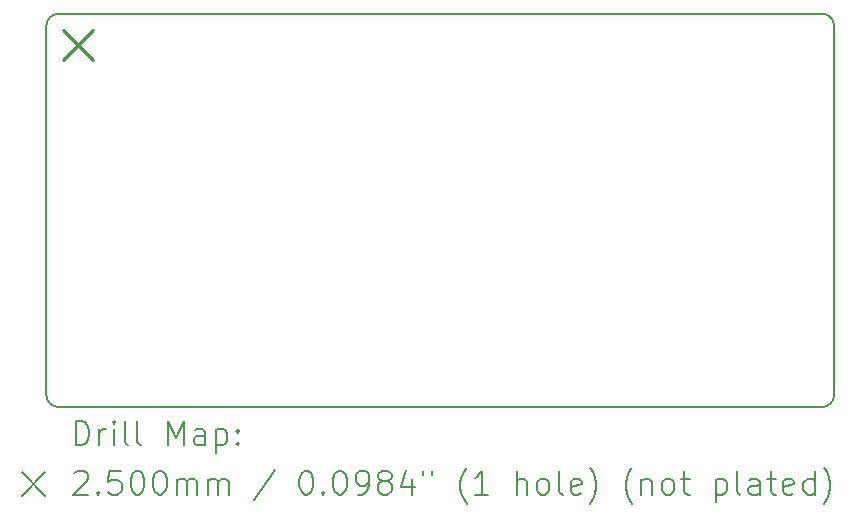
<source format=gbr>
%FSLAX45Y45*%
G04 Gerber Fmt 4.5, Leading zero omitted, Abs format (unit mm)*
G04 Created by KiCad (PCBNEW (6.0.2-0)) date 2024-10-15 18:59:05*
%MOMM*%
%LPD*%
G01*
G04 APERTURE LIST*
%TA.AperFunction,Profile*%
%ADD10C,0.200000*%
%TD*%
%ADD11C,0.200000*%
%ADD12C,0.250000*%
G04 APERTURE END LIST*
D10*
X16000000Y-6100000D02*
G75*
G03*
X15895000Y-6000000I-103203J-3238D01*
G01*
X15900000Y-9330000D02*
G75*
G03*
X16000000Y-9235000I-3250J103552D01*
G01*
X9330000Y-6105000D02*
X9330000Y-9230000D01*
X15895000Y-6000000D02*
X9430000Y-6000000D01*
X9435000Y-9330000D02*
X15900000Y-9330000D01*
X16000000Y-9235000D02*
X16000000Y-6100000D01*
X9330000Y-9230000D02*
G75*
G03*
X9435000Y-9330000I103203J3238D01*
G01*
X9430000Y-6000000D02*
G75*
G03*
X9330000Y-6105000I3238J-103203D01*
G01*
D11*
D12*
X9475000Y-6140000D02*
X9725000Y-6390000D01*
X9725000Y-6140000D02*
X9475000Y-6390000D01*
D11*
X9577603Y-9650492D02*
X9577603Y-9450492D01*
X9625222Y-9450492D01*
X9653794Y-9460016D01*
X9672842Y-9479063D01*
X9682365Y-9498111D01*
X9691889Y-9536206D01*
X9691889Y-9564778D01*
X9682365Y-9602873D01*
X9672842Y-9621920D01*
X9653794Y-9640968D01*
X9625222Y-9650492D01*
X9577603Y-9650492D01*
X9777603Y-9650492D02*
X9777603Y-9517158D01*
X9777603Y-9555254D02*
X9787127Y-9536206D01*
X9796651Y-9526682D01*
X9815699Y-9517158D01*
X9834746Y-9517158D01*
X9901413Y-9650492D02*
X9901413Y-9517158D01*
X9901413Y-9450492D02*
X9891889Y-9460016D01*
X9901413Y-9469539D01*
X9910937Y-9460016D01*
X9901413Y-9450492D01*
X9901413Y-9469539D01*
X10025222Y-9650492D02*
X10006175Y-9640968D01*
X9996651Y-9621920D01*
X9996651Y-9450492D01*
X10129984Y-9650492D02*
X10110937Y-9640968D01*
X10101413Y-9621920D01*
X10101413Y-9450492D01*
X10358556Y-9650492D02*
X10358556Y-9450492D01*
X10425222Y-9593349D01*
X10491889Y-9450492D01*
X10491889Y-9650492D01*
X10672842Y-9650492D02*
X10672842Y-9545730D01*
X10663318Y-9526682D01*
X10644270Y-9517158D01*
X10606175Y-9517158D01*
X10587127Y-9526682D01*
X10672842Y-9640968D02*
X10653794Y-9650492D01*
X10606175Y-9650492D01*
X10587127Y-9640968D01*
X10577603Y-9621920D01*
X10577603Y-9602873D01*
X10587127Y-9583825D01*
X10606175Y-9574301D01*
X10653794Y-9574301D01*
X10672842Y-9564778D01*
X10768080Y-9517158D02*
X10768080Y-9717158D01*
X10768080Y-9526682D02*
X10787127Y-9517158D01*
X10825222Y-9517158D01*
X10844270Y-9526682D01*
X10853794Y-9536206D01*
X10863318Y-9555254D01*
X10863318Y-9612397D01*
X10853794Y-9631444D01*
X10844270Y-9640968D01*
X10825222Y-9650492D01*
X10787127Y-9650492D01*
X10768080Y-9640968D01*
X10949032Y-9631444D02*
X10958556Y-9640968D01*
X10949032Y-9650492D01*
X10939508Y-9640968D01*
X10949032Y-9631444D01*
X10949032Y-9650492D01*
X10949032Y-9526682D02*
X10958556Y-9536206D01*
X10949032Y-9545730D01*
X10939508Y-9536206D01*
X10949032Y-9526682D01*
X10949032Y-9545730D01*
X9119984Y-9880016D02*
X9319984Y-10080016D01*
X9319984Y-9880016D02*
X9119984Y-10080016D01*
X9568080Y-9889539D02*
X9577603Y-9880016D01*
X9596651Y-9870492D01*
X9644270Y-9870492D01*
X9663318Y-9880016D01*
X9672842Y-9889539D01*
X9682365Y-9908587D01*
X9682365Y-9927635D01*
X9672842Y-9956206D01*
X9558556Y-10070492D01*
X9682365Y-10070492D01*
X9768080Y-10051444D02*
X9777603Y-10060968D01*
X9768080Y-10070492D01*
X9758556Y-10060968D01*
X9768080Y-10051444D01*
X9768080Y-10070492D01*
X9958556Y-9870492D02*
X9863318Y-9870492D01*
X9853794Y-9965730D01*
X9863318Y-9956206D01*
X9882365Y-9946682D01*
X9929984Y-9946682D01*
X9949032Y-9956206D01*
X9958556Y-9965730D01*
X9968080Y-9984778D01*
X9968080Y-10032397D01*
X9958556Y-10051444D01*
X9949032Y-10060968D01*
X9929984Y-10070492D01*
X9882365Y-10070492D01*
X9863318Y-10060968D01*
X9853794Y-10051444D01*
X10091889Y-9870492D02*
X10110937Y-9870492D01*
X10129984Y-9880016D01*
X10139508Y-9889539D01*
X10149032Y-9908587D01*
X10158556Y-9946682D01*
X10158556Y-9994301D01*
X10149032Y-10032397D01*
X10139508Y-10051444D01*
X10129984Y-10060968D01*
X10110937Y-10070492D01*
X10091889Y-10070492D01*
X10072842Y-10060968D01*
X10063318Y-10051444D01*
X10053794Y-10032397D01*
X10044270Y-9994301D01*
X10044270Y-9946682D01*
X10053794Y-9908587D01*
X10063318Y-9889539D01*
X10072842Y-9880016D01*
X10091889Y-9870492D01*
X10282365Y-9870492D02*
X10301413Y-9870492D01*
X10320461Y-9880016D01*
X10329984Y-9889539D01*
X10339508Y-9908587D01*
X10349032Y-9946682D01*
X10349032Y-9994301D01*
X10339508Y-10032397D01*
X10329984Y-10051444D01*
X10320461Y-10060968D01*
X10301413Y-10070492D01*
X10282365Y-10070492D01*
X10263318Y-10060968D01*
X10253794Y-10051444D01*
X10244270Y-10032397D01*
X10234746Y-9994301D01*
X10234746Y-9946682D01*
X10244270Y-9908587D01*
X10253794Y-9889539D01*
X10263318Y-9880016D01*
X10282365Y-9870492D01*
X10434746Y-10070492D02*
X10434746Y-9937158D01*
X10434746Y-9956206D02*
X10444270Y-9946682D01*
X10463318Y-9937158D01*
X10491889Y-9937158D01*
X10510937Y-9946682D01*
X10520461Y-9965730D01*
X10520461Y-10070492D01*
X10520461Y-9965730D02*
X10529984Y-9946682D01*
X10549032Y-9937158D01*
X10577603Y-9937158D01*
X10596651Y-9946682D01*
X10606175Y-9965730D01*
X10606175Y-10070492D01*
X10701413Y-10070492D02*
X10701413Y-9937158D01*
X10701413Y-9956206D02*
X10710937Y-9946682D01*
X10729984Y-9937158D01*
X10758556Y-9937158D01*
X10777603Y-9946682D01*
X10787127Y-9965730D01*
X10787127Y-10070492D01*
X10787127Y-9965730D02*
X10796651Y-9946682D01*
X10815699Y-9937158D01*
X10844270Y-9937158D01*
X10863318Y-9946682D01*
X10872842Y-9965730D01*
X10872842Y-10070492D01*
X11263318Y-9860968D02*
X11091889Y-10118111D01*
X11520460Y-9870492D02*
X11539508Y-9870492D01*
X11558556Y-9880016D01*
X11568080Y-9889539D01*
X11577603Y-9908587D01*
X11587127Y-9946682D01*
X11587127Y-9994301D01*
X11577603Y-10032397D01*
X11568080Y-10051444D01*
X11558556Y-10060968D01*
X11539508Y-10070492D01*
X11520460Y-10070492D01*
X11501413Y-10060968D01*
X11491889Y-10051444D01*
X11482365Y-10032397D01*
X11472841Y-9994301D01*
X11472841Y-9946682D01*
X11482365Y-9908587D01*
X11491889Y-9889539D01*
X11501413Y-9880016D01*
X11520460Y-9870492D01*
X11672841Y-10051444D02*
X11682365Y-10060968D01*
X11672841Y-10070492D01*
X11663318Y-10060968D01*
X11672841Y-10051444D01*
X11672841Y-10070492D01*
X11806175Y-9870492D02*
X11825222Y-9870492D01*
X11844270Y-9880016D01*
X11853794Y-9889539D01*
X11863318Y-9908587D01*
X11872841Y-9946682D01*
X11872841Y-9994301D01*
X11863318Y-10032397D01*
X11853794Y-10051444D01*
X11844270Y-10060968D01*
X11825222Y-10070492D01*
X11806175Y-10070492D01*
X11787127Y-10060968D01*
X11777603Y-10051444D01*
X11768080Y-10032397D01*
X11758556Y-9994301D01*
X11758556Y-9946682D01*
X11768080Y-9908587D01*
X11777603Y-9889539D01*
X11787127Y-9880016D01*
X11806175Y-9870492D01*
X11968080Y-10070492D02*
X12006175Y-10070492D01*
X12025222Y-10060968D01*
X12034746Y-10051444D01*
X12053794Y-10022873D01*
X12063318Y-9984778D01*
X12063318Y-9908587D01*
X12053794Y-9889539D01*
X12044270Y-9880016D01*
X12025222Y-9870492D01*
X11987127Y-9870492D01*
X11968080Y-9880016D01*
X11958556Y-9889539D01*
X11949032Y-9908587D01*
X11949032Y-9956206D01*
X11958556Y-9975254D01*
X11968080Y-9984778D01*
X11987127Y-9994301D01*
X12025222Y-9994301D01*
X12044270Y-9984778D01*
X12053794Y-9975254D01*
X12063318Y-9956206D01*
X12177603Y-9956206D02*
X12158556Y-9946682D01*
X12149032Y-9937158D01*
X12139508Y-9918111D01*
X12139508Y-9908587D01*
X12149032Y-9889539D01*
X12158556Y-9880016D01*
X12177603Y-9870492D01*
X12215699Y-9870492D01*
X12234746Y-9880016D01*
X12244270Y-9889539D01*
X12253794Y-9908587D01*
X12253794Y-9918111D01*
X12244270Y-9937158D01*
X12234746Y-9946682D01*
X12215699Y-9956206D01*
X12177603Y-9956206D01*
X12158556Y-9965730D01*
X12149032Y-9975254D01*
X12139508Y-9994301D01*
X12139508Y-10032397D01*
X12149032Y-10051444D01*
X12158556Y-10060968D01*
X12177603Y-10070492D01*
X12215699Y-10070492D01*
X12234746Y-10060968D01*
X12244270Y-10051444D01*
X12253794Y-10032397D01*
X12253794Y-9994301D01*
X12244270Y-9975254D01*
X12234746Y-9965730D01*
X12215699Y-9956206D01*
X12425222Y-9937158D02*
X12425222Y-10070492D01*
X12377603Y-9860968D02*
X12329984Y-10003825D01*
X12453794Y-10003825D01*
X12520460Y-9870492D02*
X12520460Y-9908587D01*
X12596651Y-9870492D02*
X12596651Y-9908587D01*
X12891889Y-10146682D02*
X12882365Y-10137158D01*
X12863318Y-10108587D01*
X12853794Y-10089539D01*
X12844270Y-10060968D01*
X12834746Y-10013349D01*
X12834746Y-9975254D01*
X12844270Y-9927635D01*
X12853794Y-9899063D01*
X12863318Y-9880016D01*
X12882365Y-9851444D01*
X12891889Y-9841920D01*
X13072841Y-10070492D02*
X12958556Y-10070492D01*
X13015699Y-10070492D02*
X13015699Y-9870492D01*
X12996651Y-9899063D01*
X12977603Y-9918111D01*
X12958556Y-9927635D01*
X13310937Y-10070492D02*
X13310937Y-9870492D01*
X13396651Y-10070492D02*
X13396651Y-9965730D01*
X13387127Y-9946682D01*
X13368080Y-9937158D01*
X13339508Y-9937158D01*
X13320460Y-9946682D01*
X13310937Y-9956206D01*
X13520460Y-10070492D02*
X13501413Y-10060968D01*
X13491889Y-10051444D01*
X13482365Y-10032397D01*
X13482365Y-9975254D01*
X13491889Y-9956206D01*
X13501413Y-9946682D01*
X13520460Y-9937158D01*
X13549032Y-9937158D01*
X13568080Y-9946682D01*
X13577603Y-9956206D01*
X13587127Y-9975254D01*
X13587127Y-10032397D01*
X13577603Y-10051444D01*
X13568080Y-10060968D01*
X13549032Y-10070492D01*
X13520460Y-10070492D01*
X13701413Y-10070492D02*
X13682365Y-10060968D01*
X13672841Y-10041920D01*
X13672841Y-9870492D01*
X13853794Y-10060968D02*
X13834746Y-10070492D01*
X13796651Y-10070492D01*
X13777603Y-10060968D01*
X13768080Y-10041920D01*
X13768080Y-9965730D01*
X13777603Y-9946682D01*
X13796651Y-9937158D01*
X13834746Y-9937158D01*
X13853794Y-9946682D01*
X13863318Y-9965730D01*
X13863318Y-9984778D01*
X13768080Y-10003825D01*
X13929984Y-10146682D02*
X13939508Y-10137158D01*
X13958556Y-10108587D01*
X13968080Y-10089539D01*
X13977603Y-10060968D01*
X13987127Y-10013349D01*
X13987127Y-9975254D01*
X13977603Y-9927635D01*
X13968080Y-9899063D01*
X13958556Y-9880016D01*
X13939508Y-9851444D01*
X13929984Y-9841920D01*
X14291889Y-10146682D02*
X14282365Y-10137158D01*
X14263318Y-10108587D01*
X14253794Y-10089539D01*
X14244270Y-10060968D01*
X14234746Y-10013349D01*
X14234746Y-9975254D01*
X14244270Y-9927635D01*
X14253794Y-9899063D01*
X14263318Y-9880016D01*
X14282365Y-9851444D01*
X14291889Y-9841920D01*
X14368080Y-9937158D02*
X14368080Y-10070492D01*
X14368080Y-9956206D02*
X14377603Y-9946682D01*
X14396651Y-9937158D01*
X14425222Y-9937158D01*
X14444270Y-9946682D01*
X14453794Y-9965730D01*
X14453794Y-10070492D01*
X14577603Y-10070492D02*
X14558556Y-10060968D01*
X14549032Y-10051444D01*
X14539508Y-10032397D01*
X14539508Y-9975254D01*
X14549032Y-9956206D01*
X14558556Y-9946682D01*
X14577603Y-9937158D01*
X14606175Y-9937158D01*
X14625222Y-9946682D01*
X14634746Y-9956206D01*
X14644270Y-9975254D01*
X14644270Y-10032397D01*
X14634746Y-10051444D01*
X14625222Y-10060968D01*
X14606175Y-10070492D01*
X14577603Y-10070492D01*
X14701413Y-9937158D02*
X14777603Y-9937158D01*
X14729984Y-9870492D02*
X14729984Y-10041920D01*
X14739508Y-10060968D01*
X14758556Y-10070492D01*
X14777603Y-10070492D01*
X14996651Y-9937158D02*
X14996651Y-10137158D01*
X14996651Y-9946682D02*
X15015699Y-9937158D01*
X15053794Y-9937158D01*
X15072841Y-9946682D01*
X15082365Y-9956206D01*
X15091889Y-9975254D01*
X15091889Y-10032397D01*
X15082365Y-10051444D01*
X15072841Y-10060968D01*
X15053794Y-10070492D01*
X15015699Y-10070492D01*
X14996651Y-10060968D01*
X15206175Y-10070492D02*
X15187127Y-10060968D01*
X15177603Y-10041920D01*
X15177603Y-9870492D01*
X15368080Y-10070492D02*
X15368080Y-9965730D01*
X15358556Y-9946682D01*
X15339508Y-9937158D01*
X15301413Y-9937158D01*
X15282365Y-9946682D01*
X15368080Y-10060968D02*
X15349032Y-10070492D01*
X15301413Y-10070492D01*
X15282365Y-10060968D01*
X15272841Y-10041920D01*
X15272841Y-10022873D01*
X15282365Y-10003825D01*
X15301413Y-9994301D01*
X15349032Y-9994301D01*
X15368080Y-9984778D01*
X15434746Y-9937158D02*
X15510937Y-9937158D01*
X15463318Y-9870492D02*
X15463318Y-10041920D01*
X15472841Y-10060968D01*
X15491889Y-10070492D01*
X15510937Y-10070492D01*
X15653794Y-10060968D02*
X15634746Y-10070492D01*
X15596651Y-10070492D01*
X15577603Y-10060968D01*
X15568080Y-10041920D01*
X15568080Y-9965730D01*
X15577603Y-9946682D01*
X15596651Y-9937158D01*
X15634746Y-9937158D01*
X15653794Y-9946682D01*
X15663318Y-9965730D01*
X15663318Y-9984778D01*
X15568080Y-10003825D01*
X15834746Y-10070492D02*
X15834746Y-9870492D01*
X15834746Y-10060968D02*
X15815699Y-10070492D01*
X15777603Y-10070492D01*
X15758556Y-10060968D01*
X15749032Y-10051444D01*
X15739508Y-10032397D01*
X15739508Y-9975254D01*
X15749032Y-9956206D01*
X15758556Y-9946682D01*
X15777603Y-9937158D01*
X15815699Y-9937158D01*
X15834746Y-9946682D01*
X15910937Y-10146682D02*
X15920460Y-10137158D01*
X15939508Y-10108587D01*
X15949032Y-10089539D01*
X15958556Y-10060968D01*
X15968080Y-10013349D01*
X15968080Y-9975254D01*
X15958556Y-9927635D01*
X15949032Y-9899063D01*
X15939508Y-9880016D01*
X15920460Y-9851444D01*
X15910937Y-9841920D01*
M02*

</source>
